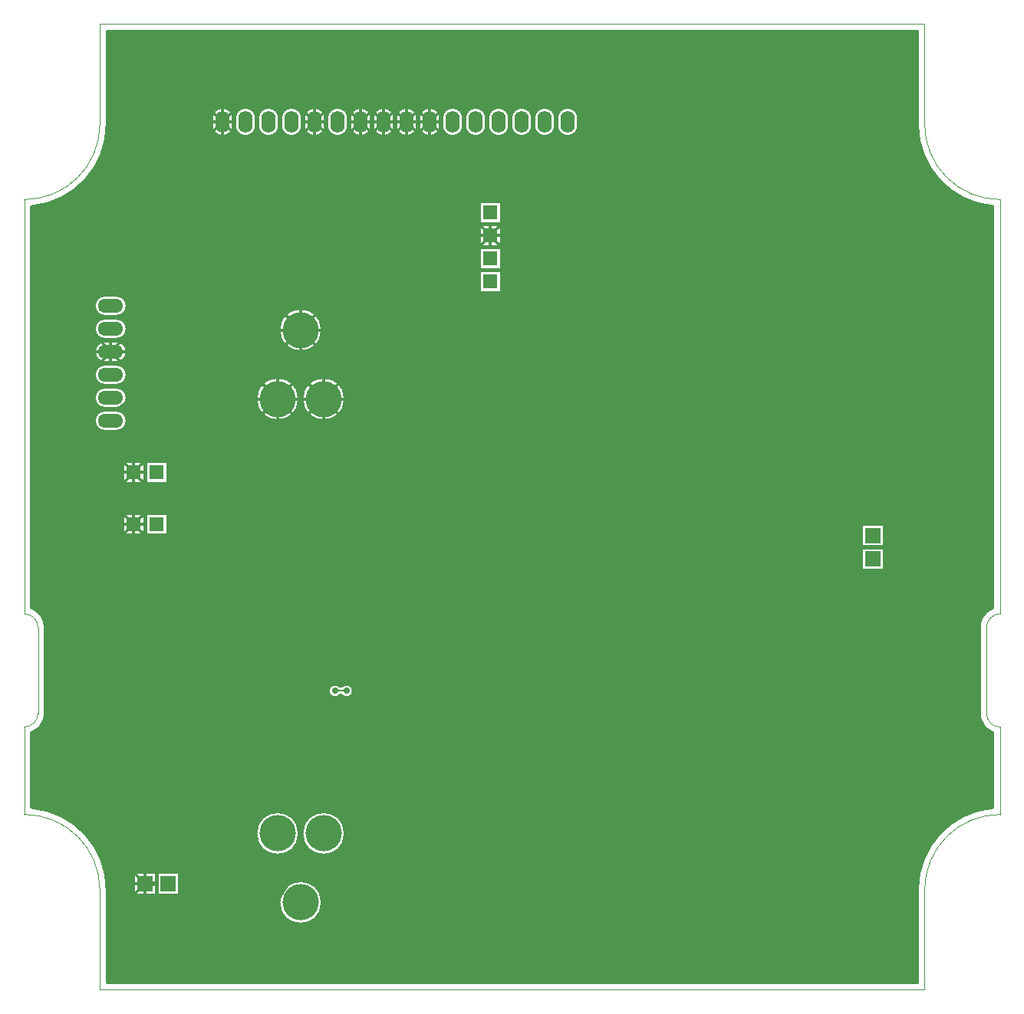
<source format=gbr>
G04 EasyPC Gerber Version 21.0.3 Build 4286 *
G04 #@! TF.Part,Single*
G04 #@! TF.FileFunction,Copper,L1,Top *
G04 #@! TF.FilePolarity,Positive *
%FSLAX35Y35*%
%MOIN*%
G04 #@! TA.AperFunction,ComponentPad*
%ADD92O,0.06299X0.09449*%
%ADD93O,0.11000X0.06000*%
%ADD95R,0.06299X0.06299*%
%ADD94R,0.06300X0.06300*%
%ADD91R,0.06800X0.06800*%
G04 #@! TD.AperFunction*
%ADD13C,0.00001*%
%ADD10C,0.00500*%
%ADD97C,0.00800*%
%ADD11C,0.01200*%
G04 #@! TA.AperFunction,ViaPad*
%ADD96C,0.02800*%
G04 #@! TA.AperFunction,ComponentPad*
%ADD90C,0.15748*%
G04 #@! TA.AperFunction,WasherPad*
%ADD89C,0.21000*%
%ADD88C,0.27600*%
X0Y0D02*
D02*
D10*
X55600Y49898D02*
X58100D01*
Y48848*
X55600*
Y49898*
G36*
X58100*
Y48848*
X55600*
Y49898*
G37*
X57550Y43198D02*
Y55698D01*
X58600*
Y43198*
X57550*
G36*
Y55698*
X58600*
Y43198*
X57550*
G37*
X363100Y196198D02*
X375600D01*
Y195148*
X363100*
Y196198*
G36*
X375600*
Y195148*
X363100*
Y196198*
G37*
D02*
D11*
X3800Y114909D02*
Y85698D01*
X38100*
Y120698*
X9285*
G75*
G02X3800Y114909I-8685J2736*
G01*
G36*
Y85698*
X38100*
Y120698*
X9285*
G75*
G02X3800Y114909I-8685J2736*
G01*
G37*
Y230698D02*
Y195698D01*
X38100*
Y230698*
X3800*
G36*
Y195698*
X38100*
Y230698*
X3800*
G37*
Y340698D02*
Y305698D01*
X38100*
Y340698*
X3800*
G36*
Y305698*
X38100*
Y340698*
X3800*
G37*
X33200Y280698D02*
X31002D01*
X35561Y278159D02*
X33848Y276446D01*
X35561Y283237D02*
X33848Y284950D01*
X38100Y278298D02*
Y276100D01*
Y283098D02*
Y285296D01*
X40639Y278159D02*
X42352Y276446D01*
X40639Y283237D02*
X42352Y284950D01*
X43000Y280698D02*
X45198D01*
X45374Y202972D02*
X43350Y200948D01*
X45374Y208424D02*
X43350Y210448D01*
X45374Y225472D02*
X43350Y223448D01*
X45374Y230924D02*
X43350Y232948D01*
X45550Y205698D02*
X43350D01*
X45550Y228198D02*
X43350D01*
X48100Y203148D02*
Y200948D01*
Y208248D02*
Y210448D01*
Y225648D02*
Y223448D01*
Y230748D02*
Y232948D01*
Y300698D02*
Y265698D01*
X83100*
Y300698*
X48100*
G36*
Y265698*
X83100*
Y300698*
X48100*
G37*
Y419998D02*
Y388198D01*
X83100*
Y419998*
X48100*
G36*
Y388198*
X83100*
Y419998*
X48100*
G37*
X50124Y46356D02*
X48100Y44332D01*
X50124Y52307D02*
X48100Y54332D01*
X50300Y49332D02*
X48100D01*
X50650Y205698D02*
X52850D01*
X50650Y228198D02*
X52850D01*
X50826Y202972D02*
X52850Y200948D01*
X50826Y208424D02*
X52850Y210448D01*
X50826Y225472D02*
X52850Y223448D01*
X50826Y230924D02*
X52850Y232948D01*
X51770Y405481D02*
X49570D01*
X53100Y46532D02*
Y44332D01*
Y52132D02*
Y54332D01*
X55636Y396147D02*
X54081Y394592D01*
X55636Y414815D02*
X54081Y416370D01*
X64970Y392281D02*
Y390081D01*
X74304Y396147D02*
X75859Y394592D01*
X74304Y414815D02*
X75859Y416370D01*
X78170Y405481D02*
X80370D01*
X84120Y380698D02*
X81919D01*
X84224Y378252D02*
X82617Y376645D01*
X84224Y383144D02*
X82617Y384752D01*
X86670Y376574D02*
Y374373D01*
Y384822D02*
Y387023D01*
X89117Y378252D02*
X90722Y376646D01*
X89117Y383144D02*
X90722Y384750D01*
X89220Y380698D02*
X91419D01*
X103326Y260186D02*
X101126D01*
X105457Y255043D02*
X103901Y253487D01*
X105457Y265330D02*
X103901Y266885D01*
X110600Y252912D02*
Y250712D01*
Y267460D02*
Y269660D01*
X113326Y290186D02*
X111126D01*
X115457Y285043D02*
X113901Y283487D01*
X115457Y295330D02*
X113901Y296885D01*
X115743Y255043D02*
X117299Y253487D01*
X115743Y265330D02*
X117299Y266885D01*
X117874Y260186D02*
X120074D01*
X120600Y282912D02*
Y280712D01*
Y297460D02*
Y299660D01*
X123326Y260186D02*
X121126D01*
X124120Y380698D02*
X121919D01*
X124224Y378252D02*
X122617Y376645D01*
X124224Y383144D02*
X122617Y384752D01*
X125457Y255043D02*
X123901Y253487D01*
X125457Y265330D02*
X123901Y266885D01*
X125743Y285043D02*
X127299Y283487D01*
X125743Y295330D02*
X127299Y296885D01*
X126670Y376574D02*
Y374373D01*
Y384822D02*
Y387023D01*
X127874Y290186D02*
X130074D01*
X129117Y378252D02*
X130722Y376646D01*
X129117Y383144D02*
X130722Y384750D01*
X129220Y380698D02*
X131419D01*
X130600Y252912D02*
Y250712D01*
Y267460D02*
Y269660D01*
X135743Y255043D02*
X137299Y253487D01*
X135743Y265330D02*
X137299Y266885D01*
X137874Y260186D02*
X140074D01*
X144120Y380698D02*
X141919D01*
X144224Y378252D02*
X142617Y376645D01*
X144224Y383144D02*
X142617Y384752D01*
X146670Y376574D02*
Y374373D01*
Y384822D02*
Y387023D01*
X149117Y378252D02*
X150722Y376646D01*
X149117Y383144D02*
X150722Y384750D01*
X149220Y380698D02*
X151419D01*
X154120D02*
X151919D01*
X154224Y378252D02*
X152617Y376645D01*
X154224Y383144D02*
X152617Y384752D01*
X156670Y376574D02*
Y374373D01*
Y384822D02*
Y387023D01*
X159117Y378252D02*
X160722Y376646D01*
X159117Y383144D02*
X160722Y384750D01*
X159220Y380698D02*
X161419D01*
X164120D02*
X161919D01*
X164224Y378252D02*
X162617Y376645D01*
X164224Y383144D02*
X162617Y384752D01*
X166670Y376574D02*
Y374373D01*
Y384822D02*
Y387023D01*
X169117Y378252D02*
X170722Y376646D01*
X169117Y383144D02*
X170722Y384750D01*
X169220Y380698D02*
X171419D01*
X174120D02*
X171919D01*
X174224Y378252D02*
X172617Y376645D01*
X174224Y383144D02*
X172617Y384752D01*
X176670Y376574D02*
Y374373D01*
Y384822D02*
Y387023D01*
X179117Y378252D02*
X180722Y376646D01*
X179117Y383144D02*
X180722Y384750D01*
X179220Y380698D02*
X181419D01*
X190600Y255698D02*
Y140698D01*
X228100*
Y255698*
X190600*
G36*
Y140698*
X228100*
Y255698*
X190600*
G37*
X195600Y38198D02*
Y6398D01*
X230600*
Y38198*
X195600*
G36*
Y6398*
X230600*
Y38198*
X195600*
G37*
Y419998D02*
Y388198D01*
X230600*
Y419998*
X195600*
G36*
Y388198*
X230600*
Y419998*
X195600*
G37*
X200375Y328473D02*
X198352Y326450D01*
X200375Y333923D02*
X198352Y335946D01*
X200550Y331198D02*
X198352D01*
X202708Y16348D02*
X200508D01*
X202708Y410048D02*
X200508D01*
X203100Y328648D02*
Y326450D01*
Y333748D02*
Y335946D01*
X205607Y9348D02*
X204052Y7792D01*
X205607Y23348D02*
X204052Y24904D01*
X205607Y403048D02*
X204052Y401492D01*
X205607Y417048D02*
X204052Y418604D01*
X205650Y331198D02*
X207848D01*
X205825Y328473D02*
X207848Y326450D01*
X205825Y333923D02*
X207848Y335946D01*
X212608Y26248D02*
Y28448D01*
Y400148D02*
Y397948D01*
X219608Y9348D02*
X221164Y7792D01*
X219608Y23348D02*
X221164Y24904D01*
X219608Y403048D02*
X221164Y401492D01*
X219608Y417048D02*
X221164Y418604D01*
X222508Y16348D02*
X224708D01*
X222508Y410048D02*
X224708D01*
X343100Y300698D02*
Y265698D01*
X378100*
Y300698*
X343100*
G36*
Y265698*
X378100*
Y300698*
X343100*
G37*
Y419998D02*
Y388198D01*
X378100*
Y419998*
X343100*
G36*
Y388198*
X378100*
Y419998*
X343100*
G37*
X347046Y405481D02*
X344846D01*
X350912Y396147D02*
X349357Y394592D01*
X350912Y414815D02*
X349357Y416370D01*
X360246Y392281D02*
Y390081D01*
X369580Y396147D02*
X371135Y394592D01*
X369580Y414815D02*
X371135Y416370D01*
X373446Y405481D02*
X375646D01*
X388100Y120698D02*
Y85698D01*
X421416*
Y114909*
G75*
G02X415931Y120698I3200J8525*
G01*
X388100*
G36*
Y85698*
X421416*
Y114909*
G75*
G02X415931Y120698I3200J8525*
G01*
X388100*
G37*
Y230698D02*
Y195698D01*
X421416*
Y230698*
X388100*
G36*
Y195698*
X421416*
Y230698*
X388100*
G37*
Y340698D02*
Y305698D01*
X421416*
Y340698*
X388100*
G36*
Y305698*
X421416*
Y340698*
X388100*
G37*
X421416Y343841D02*
G75*
G02X388620Y379694I3201J35854D01*
G01*
Y419998*
X365386*
G75*
G02X375646Y405481I-5140J-14517*
G01*
G75*
G02X344846I-15400*
G01*
G75*
G02X355106Y419998I15400J0*
G01*
X219493*
G75*
G02X224708Y410048I-6885J-9950*
G01*
G75*
G02X200508I-12100*
G01*
G75*
G02X205722Y419998I12100*
G01*
X70110*
G75*
G02X80370Y405481I-5140J-14517*
G01*
G75*
G02X49570I-15400*
G01*
G75*
G02X59830Y419998I15400J0*
G01*
X36595*
Y379694*
G75*
G02X3800Y343841I-35996J0*
G01*
Y340698*
X38100*
Y305698*
X3800*
Y230698*
X38100*
Y195698*
X3800*
Y169361*
G75*
G02X9706Y160836I-3200J-8525*
G01*
Y123434*
G75*
G02X9285Y120698I-9106J0*
G01*
X38100*
Y85698*
X3800*
Y82555*
G75*
G02X36595Y46702I-3200J-35853*
G01*
Y6398*
X205722*
G75*
G02X200508Y16348I6885J9950*
G01*
G75*
G02X224708I12100*
G01*
G75*
G02X219493Y6398I-12100*
G01*
X388620*
Y46702*
G75*
G02X421416Y82554I35996J0*
G01*
Y85698*
X388100*
Y120698*
X415931*
G75*
G02X415510Y123433I8685J2736*
G01*
Y160835*
G75*
G02X421416Y169360I9106*
G01*
Y195698*
X388100*
Y230698*
X421416*
Y305698*
X388100*
Y340698*
X421416*
Y343841*
X231919Y382273D02*
G75*
G02X241419I4750D01*
G01*
Y379123*
G75*
G02X231919I-4750*
G01*
Y382273*
X343100Y300698D02*
X378100D01*
Y265698*
X343100*
Y300698*
X375600Y196448D02*
G75*
G02X375850Y196198J-250D01*
G01*
Y195147*
G75*
G02X375600Y194897I-250*
G01*
X374466*
Y185698*
X364466*
Y194897*
X363100*
G75*
G02X362850Y195147J250*
G01*
Y196198*
G75*
G02X363100Y196448I250*
G01*
X364466*
Y205698*
X374466*
Y196448*
X375600*
X201919Y382273D02*
G75*
G02X211419I4750D01*
G01*
Y379123*
G75*
G02X201919I-4750*
G01*
Y382273*
X211919D02*
G75*
G02X221419I4750D01*
G01*
Y379123*
G75*
G02X211919I-4750*
G01*
Y382273*
X221919D02*
G75*
G02X231419I4750D01*
G01*
Y379123*
G75*
G02X221919I-4750*
G01*
Y382273*
X81919D02*
G75*
G02X91419I4750D01*
G01*
Y379123*
G75*
G02X81919I-4750*
G01*
Y382273*
X91919D02*
G75*
G02X101419I4750D01*
G01*
Y379123*
G75*
G02X91919I-4750*
G01*
Y382273*
X101126Y71210D02*
G75*
G02X120074I9474D01*
G01*
G75*
G02X101126I-9474*
G01*
X111126Y41210D02*
G75*
G02X130074I9474D01*
G01*
G75*
G02X111126I-9474*
G01*
X101126Y260186D02*
G75*
G02X120074I9474D01*
G01*
G75*
G02X101126I-9474*
G01*
X101919Y382273D02*
G75*
G02X111419I4750D01*
G01*
Y379123*
G75*
G02X101919I-4750*
G01*
Y382273*
X111126Y290186D02*
G75*
G02X130074I9474D01*
G01*
G75*
G02X111126I-9474*
G01*
X121126Y71210D02*
G75*
G02X140074I9474D01*
G01*
G75*
G02X121126I-9474*
G01*
Y260186D02*
G75*
G02X140074I9474D01*
G01*
G75*
G02X121126I-9474*
G01*
X138364Y135198D02*
G75*
G02X143600Y133198I2236J-2000D01*
G01*
G75*
G02X138364Y131198I-3000*
G01*
X137836*
G75*
G02X132600Y133198I-2236J2000*
G01*
G75*
G02X137836Y135198I3000*
G01*
X138364*
X111919Y382273D02*
G75*
G02X121419I4750D01*
G01*
Y379123*
G75*
G02X111919I-4750*
G01*
Y382273*
X121919D02*
G75*
G02X131419I4750D01*
G01*
Y379123*
G75*
G02X121919I-4750*
G01*
Y382273*
X131919D02*
G75*
G02X141419I4750D01*
G01*
Y379123*
G75*
G02X131919I-4750*
G01*
Y382273*
X141919D02*
G75*
G02X151419I4750D01*
G01*
Y379123*
G75*
G02X141919I-4750*
G01*
Y382273*
X151919D02*
G75*
G02X161419I4750D01*
G01*
Y379123*
G75*
G02X151919I-4750*
G01*
Y382273*
X161919D02*
G75*
G02X171419I4750D01*
G01*
Y379123*
G75*
G02X161919I-4750*
G01*
Y382273*
X171919D02*
G75*
G02X181419I4750D01*
G01*
Y379123*
G75*
G02X171919I-4750*
G01*
Y382273*
X181919D02*
G75*
G02X191419I4750D01*
G01*
Y379123*
G75*
G02X181919I-4750*
G01*
Y382273*
X190600Y255698D02*
X228100D01*
Y140698*
X190600*
Y255698*
X191919Y382273D02*
G75*
G02X201419I4750D01*
G01*
Y379123*
G75*
G02X191919I-4750*
G01*
Y382273*
X198352Y315946D02*
X207848D01*
Y306450*
X198352*
Y315946*
Y325946D02*
X207848D01*
Y316450*
X198352*
Y325946*
Y335946D02*
X207848D01*
Y326450*
X198352*
Y335946*
Y345946D02*
X207848D01*
Y336450*
X198352*
Y345946*
X48100Y300698D02*
X83100D01*
Y265698*
X48100*
Y300698*
X53350Y210448D02*
X62850D01*
Y200948*
X53350*
Y210448*
Y232948D02*
X62850D01*
Y223448*
X53350*
Y232948*
X40600Y255296D02*
G75*
G02Y246100J-4598D01*
G01*
X35600*
G75*
G02Y255296J4598*
G01*
X40600*
X43350Y210448D02*
X52850D01*
Y200948*
X43350*
Y210448*
X58850Y54332D02*
X68100D01*
Y44332*
X58850*
Y43198*
G75*
G02X58600Y42948I-250*
G01*
X57549*
G75*
G02X57299Y43198J250*
G01*
Y44332*
X48100*
Y54332*
X57299*
Y55698*
G75*
G02X57549Y55948I250*
G01*
X58600*
G75*
G02X58850Y55698J-250*
G01*
Y54332*
X43350Y232948D02*
X52850D01*
Y223448*
X43350*
Y232948*
X40600Y265296D02*
G75*
G02Y256100J-4598D01*
G01*
X35600*
G75*
G02Y265296J4598*
G01*
X40600*
Y275296D02*
G75*
G02Y266100J-4598D01*
G01*
X35600*
G75*
G02Y275296J4598*
G01*
X40600*
Y285296D02*
G75*
G02Y276100J-4598D01*
G01*
X35600*
G75*
G02Y285296J4598*
G01*
X40600*
Y295296D02*
G75*
G02Y286100J-4598D01*
G01*
X35600*
G75*
G02Y295296J4598*
G01*
X40600*
Y305296D02*
G75*
G02Y296100J-4598D01*
G01*
X35600*
G75*
G02Y305296J4598*
G01*
X40600*
X388620Y41210D02*
G36*
X130074D01*
G75*
G02X111126I-9474*
G01*
X36595*
Y6998*
X204928*
G75*
G02X200508Y16348I7681J9350*
G01*
G75*
G02X224708I12100*
G01*
G75*
G02X220288Y6998I-12102J1*
G01*
X388620*
Y41210*
G37*
X111126D02*
G36*
G75*
G02X115921Y49448I9474D01*
G01*
X68100*
Y44332*
X58850*
Y43198*
G75*
G02X58600Y42948I-250*
G01*
X57549*
G75*
G02X57299Y43198J250*
G01*
Y44332*
X48100*
Y49448*
X36490*
G75*
G02X36595Y46702I-35893J-2749*
G01*
Y41210*
X111126*
G37*
X388726Y49448D02*
G36*
X125279D01*
G75*
G02X130074Y41210I-4679J-8238*
G01*
X388620*
Y46702*
G75*
G02X388726Y49448I36003J-3*
G01*
G37*
X398253Y71210D02*
G36*
X140074D01*
G75*
G02X121126I-9474*
G01*
X120074*
G75*
G02X101126I-9474*
G01*
X26963*
G75*
G02X36490Y49448I-26364J-24508*
G01*
X48100*
Y54332*
X57299*
Y55698*
G75*
G02X57549Y55948I250*
G01*
X58600*
G75*
G02X58850Y55698J-250*
G01*
Y54332*
X68100*
Y49448*
X115921*
G75*
G02X125279I4679J-8239*
G01*
X388726*
G75*
G02X398253Y71210I35891J-2747*
G01*
G37*
X415510Y133198D02*
G36*
X143600D01*
G75*
G02X138364Y131198I-3000J0*
G01*
X137836*
G75*
G02X132600Y133198I-2236J2000*
G01*
Y133198*
X9706*
Y123434*
G75*
G02X9285Y120698I-9111J1*
G01*
X38100*
Y85698*
X4400*
Y82496*
G75*
G02X26963Y71210I-3801J-35795*
G01*
X101126*
G75*
G02X120074I9474*
G01*
X121126*
G75*
G02X140074I9474*
G01*
X398253*
G75*
G02X420816Y82496I26363J-24509*
G01*
Y85698*
X388100*
Y120698*
X415931*
G75*
G02X415510Y123433I8685J2736*
G01*
Y133198*
G37*
X420816Y195698D02*
G36*
X388100D01*
X375850*
Y195147*
G75*
G02X375600Y194897I-250*
G01*
X374466*
Y185698*
X364466*
Y194897*
X363100*
G75*
G02X362850Y195147J250*
G01*
Y195698*
X228100*
Y140698*
X190600*
Y195698*
X38100*
X4400*
Y169111*
G75*
G02X9706Y160837I-3799J-8274*
G01*
G75*
G02Y160836I-11279J0*
G01*
Y133198*
X132600*
G75*
G02X137836Y135198I3000J0*
G01*
X138364*
G75*
G02X143600Y133198I2236J-2000*
G01*
Y133198*
X415510*
Y160835*
G75*
G02Y160836I11279J0*
G01*
G75*
G02X420816Y169110I9105*
G01*
Y195698*
G37*
X190600Y205698D02*
G36*
X62850D01*
Y200948*
X53350*
Y205698*
X52850*
Y200948*
X43350*
Y205698*
X38100*
Y195698*
X190600*
Y205698*
G37*
X362850Y195698D02*
G36*
Y196198D01*
G75*
G02X363100Y196448I250*
G01*
X364466*
Y205698*
X228100*
Y195698*
X362850*
G37*
X388100Y205698D02*
G36*
X374466D01*
Y196448*
X375600*
G75*
G02X375850Y196198J-250*
G01*
Y195698*
X388100*
Y205698*
G37*
X190600Y228198D02*
G36*
X62850D01*
Y223448*
X53350*
Y228198*
X52850*
Y223448*
X43350*
Y228198*
X38100*
Y205698*
X43350*
Y210448*
X52850*
Y205698*
X53350*
Y210448*
X62850*
Y205698*
X190600*
Y228198*
G37*
X388100D02*
G36*
X228100D01*
Y205698*
X364466*
X374466*
X388100*
Y228198*
G37*
X190600Y250698D02*
G36*
X45198D01*
G75*
G02X40600Y246100I-4598*
G01*
X35600*
G75*
G02X31002Y250698J4598*
G01*
X4400*
Y230698*
X38100*
Y228198*
X43350*
Y232948*
X52850*
Y228198*
X53350*
Y232948*
X62850*
Y228198*
X190600*
Y250698*
G37*
X420816Y230698D02*
G36*
Y250698D01*
X228100*
Y228198*
X388100*
Y230698*
X420816*
G37*
X45170Y260186D02*
G36*
G75*
G02X40600Y256100I-4570J512D01*
G01*
X35600*
G75*
G02X31030Y260186J4598*
G01*
X4400*
Y250698*
X31002*
G75*
G02X35600Y255296I4598*
G01*
X40600*
G75*
G02X45198Y250698J-4598*
G01*
X190600*
Y255698*
X228100*
Y250698*
X420816*
Y260186*
X140074*
G75*
G02X121126I-9474*
G01*
X120074*
G75*
G02X101126I-9474*
G01*
X45170*
G37*
X378100Y270698D02*
G36*
Y265698D01*
X343100*
Y270698*
X83100*
Y265698*
X48100*
Y270698*
X45198*
G75*
G02X40600Y266100I-4598*
G01*
X35600*
G75*
G02X31002Y270698J4598*
G01*
X4400*
Y260186*
X31030*
G75*
G02X31002Y260698I4570J513*
G01*
G75*
G02X35600Y265296I4598*
G01*
X40600*
G75*
G02X45198Y260698J-4598*
G01*
G75*
G02X45170Y260186I-4599J2*
G01*
X101126*
G75*
G02X120074I9474*
G01*
X121126*
G75*
G02X140074I9474*
G01*
X420816*
Y270698*
X378100*
G37*
X48100Y283198D02*
G36*
X44459D01*
G75*
G02X45198Y280698I-3859J-2500*
G01*
G75*
G02X40600Y276100I-4598*
G01*
X35600*
G75*
G02X31002Y280698J4598*
G01*
G75*
G02X31741Y283198I4598*
G01*
X4400*
Y270698*
X31002*
G75*
G02X35600Y275296I4598*
G01*
X40600*
G75*
G02X45198Y270698J-4598*
G01*
X48100*
Y283198*
G37*
X343100D02*
G36*
X126997D01*
G75*
G02X114203I-6397J6988*
G01*
X83100*
Y270698*
X343100*
Y283198*
G37*
X378100D02*
G36*
Y270698D01*
X420816*
Y283198*
X378100*
G37*
X48100Y290698D02*
G36*
X45198D01*
G75*
G02X40600Y286100I-4598*
G01*
X35600*
G75*
G02X31002Y290698J4598*
G01*
X4400*
Y283198*
X31741*
G75*
G02X35600Y285296I3859J-2500*
G01*
X40600*
G75*
G02X44459Y283198J-4598*
G01*
X48100*
Y290698*
G37*
X111140D02*
G36*
X83100D01*
Y283198*
X114203*
G75*
G02X111126Y290186I6397J6989*
G01*
G75*
G02X111140Y290698I9476J1*
G01*
G37*
X343100D02*
G36*
X130060D01*
G75*
G02X130074Y290186I-9463J-511*
G01*
G75*
G02X126997Y283198I-9474J0*
G01*
X343100*
Y290698*
G37*
X378100D02*
G36*
Y283198D01*
X420816*
Y290698*
X378100*
G37*
X48100Y300698D02*
G36*
X45198D01*
G75*
G02X40600Y296100I-4598*
G01*
X35600*
G75*
G02X31002Y300698J4598*
G01*
X4400*
Y290698*
X31002*
G75*
G02X35600Y295296I4598*
G01*
X40600*
G75*
G02X45198Y290698J-4598*
G01*
X48100*
Y300698*
G37*
X343100D02*
G36*
X83100D01*
Y290698*
X111140*
G75*
G02X130060I9460J-512*
G01*
X343100*
Y300698*
G37*
X378100D02*
G36*
Y290698D01*
X420816*
Y300698*
X378100*
G37*
X388100Y311198D02*
G36*
X207848D01*
Y306450*
X198352*
Y311198*
X38100*
Y305698*
X4400*
Y300698*
X31002*
G75*
G02X35600Y305296I4598*
G01*
X40600*
G75*
G02X45198Y300698J-4598*
G01*
X48100*
X83100*
X343100*
X378100*
X420816*
Y305698*
X388100*
Y311198*
G37*
Y321198D02*
G36*
X207848D01*
Y316450*
X198352*
Y321198*
X38100*
Y311198*
X198352*
Y315946*
X207848*
Y311198*
X388100*
Y321198*
G37*
Y331198D02*
G36*
X207848D01*
Y326450*
X198352*
Y331198*
X38100*
Y321198*
X198352*
Y325946*
X207848*
Y321198*
X388100*
Y331198*
G37*
X420816Y340698D02*
G36*
Y341198D01*
X207848*
Y336450*
X198352*
Y341198*
X4400*
Y340698*
X38100*
Y331198*
X198352*
Y335946*
X207848*
Y331198*
X388100*
Y340698*
X420816*
G37*
X388620Y380698D02*
G36*
X241419D01*
Y379123*
G75*
G02X231919I-4750*
G01*
Y380698*
X231419*
Y379123*
G75*
G02X221919I-4750*
G01*
Y380698*
X221419*
Y379123*
G75*
G02X211919I-4750*
G01*
Y380698*
X211419*
Y379123*
G75*
G02X201919I-4750*
G01*
Y380698*
X201419*
Y379123*
G75*
G02X191919I-4750*
G01*
Y380698*
X191419*
Y379123*
G75*
G02X181919I-4750*
G01*
Y380698*
X181419*
Y379123*
G75*
G02X171919I-4750*
G01*
Y380698*
X171419*
Y379123*
G75*
G02X161919I-4750*
G01*
Y380698*
X161419*
Y379123*
G75*
G02X151919I-4750*
G01*
Y380698*
X151419*
Y379123*
G75*
G02X141919I-4750*
G01*
Y380698*
X141419*
Y379123*
G75*
G02X131919I-4750*
G01*
Y380698*
X131419*
Y379123*
G75*
G02X121919I-4750*
G01*
Y380698*
X121419*
Y379123*
G75*
G02X111919I-4750*
G01*
Y380698*
X111419*
Y379123*
G75*
G02X101919I-4750*
G01*
Y380698*
X101419*
Y379123*
G75*
G02X91919I-4750*
G01*
Y380698*
X91419*
Y379123*
G75*
G02X81919I-4750*
G01*
Y380698*
X36595*
Y379694*
G75*
G02X4400Y343900I-35997J1*
G01*
Y341198*
X198352*
Y345946*
X207848*
Y341198*
X420816*
Y343900*
G75*
G02X388620Y379694I3801J35795*
G01*
Y380698*
G37*
Y419398D02*
G36*
X366840D01*
G75*
G02X375646Y405481I-6594J-13917*
G01*
G75*
G02X344846I-15400*
G01*
G75*
G02X353652Y419398I15400J0*
G01*
X220288*
G75*
G02X224708Y410048I-7681J-9350*
G01*
G75*
G02X200508I-12100*
G01*
G75*
G02X204928Y419398I12102J-1*
G01*
X71564*
G75*
G02X80370Y405481I-6594J-13917*
G01*
G75*
G02X49570I-15400*
G01*
G75*
G02X58376Y419398I15400J0*
G01*
X36595*
Y380698*
X81919*
Y382273*
G75*
G02X91419I4750*
G01*
Y380698*
X91919*
Y382273*
G75*
G02X101419I4750*
G01*
Y380698*
X101919*
Y382273*
G75*
G02X111419I4750*
G01*
Y380698*
X111919*
Y382273*
G75*
G02X121419I4750*
G01*
Y380698*
X121919*
Y382273*
G75*
G02X131419I4750*
G01*
Y380698*
X131919*
Y382273*
G75*
G02X141419I4750*
G01*
Y380698*
X141919*
Y382273*
G75*
G02X151419I4750*
G01*
Y380698*
X151919*
Y382273*
G75*
G02X161419I4750*
G01*
Y380698*
X161919*
Y382273*
G75*
G02X171419I4750*
G01*
Y380698*
X171919*
Y382273*
G75*
G02X181419I4750*
G01*
Y380698*
X181919*
Y382273*
G75*
G02X191419I4750*
G01*
Y380698*
X191919*
Y382273*
G75*
G02X201419I4750*
G01*
Y380698*
X201919*
Y382273*
G75*
G02X211419I4750*
G01*
Y380698*
X211919*
Y382273*
G75*
G02X221419I4750*
G01*
Y380698*
X221919*
Y382273*
G75*
G02X231419I4750*
G01*
Y380698*
X231919*
Y382273*
G75*
G02X241419I4750*
G01*
Y380698*
X388620*
Y419398*
G37*
D02*
D13*
X418710Y123434D02*
Y160835D01*
G75*
G02X424616Y166741I5906*
G01*
Y346899*
G75*
G02X391820Y379694J32795*
G01*
Y423198*
X33395*
X33395Y379694*
G75*
G02X600Y346898I-32795*
G01*
Y166741*
G75*
G02X6506Y160836J-5906*
G01*
Y123434*
G75*
G02X600Y117529I-5906*
G01*
Y79497*
G75*
G02X33395Y46702J-32795*
G01*
Y3198*
X391820*
Y46702*
G75*
G02X424616Y79497I32795*
G01*
Y117529*
G75*
G02X418710Y123434J5905*
G01*
D02*
D88*
X19694Y102962D03*
Y213198D03*
Y323434D03*
X64970Y283434D03*
Y405481D03*
X209445Y158080D03*
Y197450D03*
Y236820D03*
X360246Y283434D03*
Y405481D03*
X405521Y102962D03*
Y213198D03*
Y323434D03*
D02*
D89*
X212608Y16348D03*
Y410048D03*
D02*
D90*
X110600Y71210D03*
Y260186D03*
X120600Y41210D03*
Y290186D03*
X130600Y71210D03*
Y260186D03*
D02*
D91*
X53100Y49332D03*
X63100D03*
X369466Y190698D03*
Y200698D03*
D02*
D92*
X86670Y380698D03*
X96670D03*
X106670D03*
X116670D03*
X126670D03*
X136670D03*
X146670D03*
X156670D03*
X166670D03*
X176670D03*
X186670D03*
X196670D03*
X206670D03*
X216670D03*
X226670D03*
X236670D03*
D02*
D93*
X38100Y250698D03*
Y260698D03*
Y270698D03*
Y280698D03*
Y290698D03*
Y300698D03*
D02*
D94*
X48100Y205698D03*
Y228198D03*
X58100Y205698D03*
Y228198D03*
D02*
D95*
X203100Y311198D03*
Y321198D03*
Y331198D03*
Y341198D03*
D02*
D96*
X28100Y276198D03*
X32300Y285598D03*
X48350Y59098D03*
Y63598D03*
X48600Y108198D03*
Y115651D03*
Y123198D03*
X53100Y56198D03*
Y103448D03*
X61100Y88448D03*
X61860Y83033D03*
X69250Y102008D03*
X70488Y115698D03*
X73550Y102008D03*
X77150Y107158D03*
X78100Y120651D03*
X79300Y110745D03*
X83285Y79261D03*
X86860Y83033D03*
X88600Y187598D03*
Y191098D03*
X90600Y385989D03*
Y395407D03*
X92150Y50698D03*
X92170Y370698D03*
X97300Y45548D03*
Y55848D03*
X101250Y375198D03*
X102450Y50698D03*
X107600Y108198D03*
Y123198D03*
Y174598D03*
Y178698D03*
X118100Y203198D03*
Y208198D03*
X120000Y145698D03*
Y150073D03*
Y154448D03*
X122175Y217798D03*
X123100Y203198D03*
Y208198D03*
X124250Y194249D03*
X129850Y159948D03*
X130600Y138498D03*
Y143198D03*
X134350Y178249D03*
X135600Y133198D03*
X135663Y230698D03*
X138100Y170198D03*
X138175Y181948D03*
Y187598D03*
Y191548D03*
X140413Y237698D03*
X140600Y133198D03*
X143147Y248198D03*
X145163Y230698D03*
X146154Y143737D03*
X146328Y243737D03*
X148100Y83033D03*
X148646Y146229D03*
X149872Y243737D03*
X151037Y230698D03*
X153053Y248198D03*
X155787Y237698D03*
X156100Y115698D03*
X156250Y133198D03*
X160537Y230698D03*
X160600Y138348D03*
X165950Y88848D03*
X166350Y84448D03*
X166550Y135698D03*
X170246Y89448D03*
X179300Y83398D03*
X184439Y119505D03*
X187324Y124359D03*
X192150Y135698D03*
X196850Y128048D03*
X202450Y133198D03*
X210600Y335698D03*
X215350Y328198D03*
X224355Y369648D03*
X231505Y371848D03*
X232250Y386098D03*
Y395298D03*
X236170Y353448D03*
X241170Y358198D03*
Y390698D03*
X242350Y194448D03*
X247350Y199198D03*
X251850D03*
X269010Y192194D03*
Y197194D03*
Y202194D03*
X273600Y185698D03*
Y189694D03*
X274160Y207448D03*
X287360Y174544D03*
X291100Y174190D03*
X294084Y176241D03*
X308260Y207448D03*
X308600Y185698D03*
Y189694D03*
X313410Y192194D03*
Y197194D03*
Y202194D03*
D02*
D97*
X135600Y133198D02*
X140600D01*
X0Y0D02*
M02*

</source>
